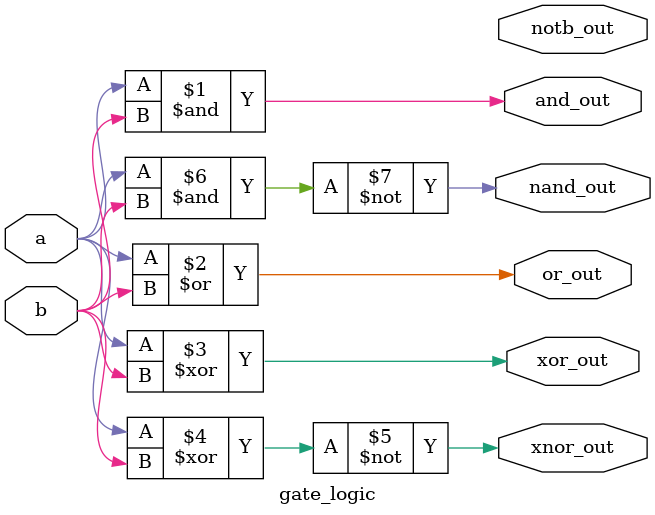
<source format=v>
module gate_logic(a, b, and_out, or_out, xor_out, xnor_out, nand_out, notb_out);
	input 	a, b;
	output 	and_out, or_out, xor_out, xnor_out, nand_out, notb_out;

	and 	a1(and_out, a, b);
	or	o1(or_out, a, b);
	xor	x1(xor_out, a, b);
	xnor	x2(xnor_out, a, b);
	nand	n1(nand_out, a, b);
	not	n2(notb, b);

endmodule

</source>
